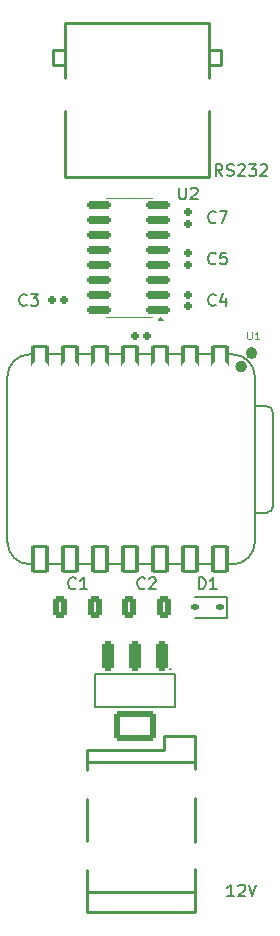
<source format=gbr>
%TF.GenerationSoftware,KiCad,Pcbnew,9.0.2*%
%TF.CreationDate,2025-07-31T19:10:48+02:00*%
%TF.ProjectId,ff-led-panel,66662d6c-6564-42d7-9061-6e656c2e6b69,rev?*%
%TF.SameCoordinates,Original*%
%TF.FileFunction,Legend,Top*%
%TF.FilePolarity,Positive*%
%FSLAX46Y46*%
G04 Gerber Fmt 4.6, Leading zero omitted, Abs format (unit mm)*
G04 Created by KiCad (PCBNEW 9.0.2) date 2025-07-31 19:10:48*
%MOMM*%
%LPD*%
G01*
G04 APERTURE LIST*
G04 Aperture macros list*
%AMRoundRect*
0 Rectangle with rounded corners*
0 $1 Rounding radius*
0 $2 $3 $4 $5 $6 $7 $8 $9 X,Y pos of 4 corners*
0 Add a 4 corners polygon primitive as box body*
4,1,4,$2,$3,$4,$5,$6,$7,$8,$9,$2,$3,0*
0 Add four circle primitives for the rounded corners*
1,1,$1+$1,$2,$3*
1,1,$1+$1,$4,$5*
1,1,$1+$1,$6,$7*
1,1,$1+$1,$8,$9*
0 Add four rect primitives between the rounded corners*
20,1,$1+$1,$2,$3,$4,$5,0*
20,1,$1+$1,$4,$5,$6,$7,0*
20,1,$1+$1,$6,$7,$8,$9,0*
20,1,$1+$1,$8,$9,$2,$3,0*%
G04 Aperture macros list end*
%ADD10C,0.150000*%
%ADD11C,0.101600*%
%ADD12C,0.250000*%
%ADD13C,0.120000*%
%ADD14C,0.127000*%
%ADD15C,0.100000*%
%ADD16C,0.504000*%
%ADD17C,2.300000*%
%ADD18R,1.500000X1.500000*%
%ADD19C,1.500000*%
%ADD20RoundRect,0.250000X0.275000X-0.980000X0.275000X0.980000X-0.275000X0.980000X-0.275000X-0.980000X0*%
%ADD21C,0.500000*%
%ADD22RoundRect,0.250000X1.520000X-0.980000X1.520000X0.980000X-1.520000X0.980000X-1.520000X-0.980000X0*%
%ADD23RoundRect,0.150000X0.825000X0.150000X-0.825000X0.150000X-0.825000X-0.150000X0.825000X-0.150000X0*%
%ADD24RoundRect,0.266521X0.346479X0.671479X-0.346479X0.671479X-0.346479X-0.671479X0.346479X-0.671479X0*%
%ADD25RoundRect,0.131500X0.206500X0.131500X-0.206500X0.131500X-0.206500X-0.131500X0.206500X-0.131500X0*%
%ADD26RoundRect,0.159000X0.189000X-0.159000X0.189000X0.159000X-0.189000X0.159000X-0.189000X-0.159000X0*%
%ADD27RoundRect,0.159000X-0.159000X-0.189000X0.159000X-0.189000X0.159000X0.189000X-0.159000X0.189000X0*%
%ADD28RoundRect,0.159000X0.159000X0.189000X-0.159000X0.189000X-0.159000X-0.189000X0.159000X-0.189000X0*%
%ADD29RoundRect,0.152400X0.609600X-1.063600X0.609600X1.063600X-0.609600X1.063600X-0.609600X-1.063600X0*%
%ADD30C,1.524000*%
%ADD31RoundRect,0.152400X-0.609600X1.063600X-0.609600X-1.063600X0.609600X-1.063600X0.609600X1.063600X0*%
%ADD32C,1.900000*%
%ADD33C,1.700000*%
%ADD34R,2.100000X2.000000*%
%ADD35R,2.500000X1.900000*%
%ADD36R,2.000000X2.000000*%
G04 APERTURE END LIST*
D10*
X142404761Y-81454819D02*
X142071428Y-80978628D01*
X141833333Y-81454819D02*
X141833333Y-80454819D01*
X141833333Y-80454819D02*
X142214285Y-80454819D01*
X142214285Y-80454819D02*
X142309523Y-80502438D01*
X142309523Y-80502438D02*
X142357142Y-80550057D01*
X142357142Y-80550057D02*
X142404761Y-80645295D01*
X142404761Y-80645295D02*
X142404761Y-80788152D01*
X142404761Y-80788152D02*
X142357142Y-80883390D01*
X142357142Y-80883390D02*
X142309523Y-80931009D01*
X142309523Y-80931009D02*
X142214285Y-80978628D01*
X142214285Y-80978628D02*
X141833333Y-80978628D01*
X142785714Y-81407200D02*
X142928571Y-81454819D01*
X142928571Y-81454819D02*
X143166666Y-81454819D01*
X143166666Y-81454819D02*
X143261904Y-81407200D01*
X143261904Y-81407200D02*
X143309523Y-81359580D01*
X143309523Y-81359580D02*
X143357142Y-81264342D01*
X143357142Y-81264342D02*
X143357142Y-81169104D01*
X143357142Y-81169104D02*
X143309523Y-81073866D01*
X143309523Y-81073866D02*
X143261904Y-81026247D01*
X143261904Y-81026247D02*
X143166666Y-80978628D01*
X143166666Y-80978628D02*
X142976190Y-80931009D01*
X142976190Y-80931009D02*
X142880952Y-80883390D01*
X142880952Y-80883390D02*
X142833333Y-80835771D01*
X142833333Y-80835771D02*
X142785714Y-80740533D01*
X142785714Y-80740533D02*
X142785714Y-80645295D01*
X142785714Y-80645295D02*
X142833333Y-80550057D01*
X142833333Y-80550057D02*
X142880952Y-80502438D01*
X142880952Y-80502438D02*
X142976190Y-80454819D01*
X142976190Y-80454819D02*
X143214285Y-80454819D01*
X143214285Y-80454819D02*
X143357142Y-80502438D01*
X143738095Y-80550057D02*
X143785714Y-80502438D01*
X143785714Y-80502438D02*
X143880952Y-80454819D01*
X143880952Y-80454819D02*
X144119047Y-80454819D01*
X144119047Y-80454819D02*
X144214285Y-80502438D01*
X144214285Y-80502438D02*
X144261904Y-80550057D01*
X144261904Y-80550057D02*
X144309523Y-80645295D01*
X144309523Y-80645295D02*
X144309523Y-80740533D01*
X144309523Y-80740533D02*
X144261904Y-80883390D01*
X144261904Y-80883390D02*
X143690476Y-81454819D01*
X143690476Y-81454819D02*
X144309523Y-81454819D01*
X144642857Y-80454819D02*
X145261904Y-80454819D01*
X145261904Y-80454819D02*
X144928571Y-80835771D01*
X144928571Y-80835771D02*
X145071428Y-80835771D01*
X145071428Y-80835771D02*
X145166666Y-80883390D01*
X145166666Y-80883390D02*
X145214285Y-80931009D01*
X145214285Y-80931009D02*
X145261904Y-81026247D01*
X145261904Y-81026247D02*
X145261904Y-81264342D01*
X145261904Y-81264342D02*
X145214285Y-81359580D01*
X145214285Y-81359580D02*
X145166666Y-81407200D01*
X145166666Y-81407200D02*
X145071428Y-81454819D01*
X145071428Y-81454819D02*
X144785714Y-81454819D01*
X144785714Y-81454819D02*
X144690476Y-81407200D01*
X144690476Y-81407200D02*
X144642857Y-81359580D01*
X145642857Y-80550057D02*
X145690476Y-80502438D01*
X145690476Y-80502438D02*
X145785714Y-80454819D01*
X145785714Y-80454819D02*
X146023809Y-80454819D01*
X146023809Y-80454819D02*
X146119047Y-80502438D01*
X146119047Y-80502438D02*
X146166666Y-80550057D01*
X146166666Y-80550057D02*
X146214285Y-80645295D01*
X146214285Y-80645295D02*
X146214285Y-80740533D01*
X146214285Y-80740533D02*
X146166666Y-80883390D01*
X146166666Y-80883390D02*
X145595238Y-81454819D01*
X145595238Y-81454819D02*
X146214285Y-81454819D01*
X138738095Y-82454819D02*
X138738095Y-83264342D01*
X138738095Y-83264342D02*
X138785714Y-83359580D01*
X138785714Y-83359580D02*
X138833333Y-83407200D01*
X138833333Y-83407200D02*
X138928571Y-83454819D01*
X138928571Y-83454819D02*
X139119047Y-83454819D01*
X139119047Y-83454819D02*
X139214285Y-83407200D01*
X139214285Y-83407200D02*
X139261904Y-83359580D01*
X139261904Y-83359580D02*
X139309523Y-83264342D01*
X139309523Y-83264342D02*
X139309523Y-82454819D01*
X139738095Y-82550057D02*
X139785714Y-82502438D01*
X139785714Y-82502438D02*
X139880952Y-82454819D01*
X139880952Y-82454819D02*
X140119047Y-82454819D01*
X140119047Y-82454819D02*
X140214285Y-82502438D01*
X140214285Y-82502438D02*
X140261904Y-82550057D01*
X140261904Y-82550057D02*
X140309523Y-82645295D01*
X140309523Y-82645295D02*
X140309523Y-82740533D01*
X140309523Y-82740533D02*
X140261904Y-82883390D01*
X140261904Y-82883390D02*
X139690476Y-83454819D01*
X139690476Y-83454819D02*
X140309523Y-83454819D01*
X129983333Y-116359580D02*
X129935714Y-116407200D01*
X129935714Y-116407200D02*
X129792857Y-116454819D01*
X129792857Y-116454819D02*
X129697619Y-116454819D01*
X129697619Y-116454819D02*
X129554762Y-116407200D01*
X129554762Y-116407200D02*
X129459524Y-116311961D01*
X129459524Y-116311961D02*
X129411905Y-116216723D01*
X129411905Y-116216723D02*
X129364286Y-116026247D01*
X129364286Y-116026247D02*
X129364286Y-115883390D01*
X129364286Y-115883390D02*
X129411905Y-115692914D01*
X129411905Y-115692914D02*
X129459524Y-115597676D01*
X129459524Y-115597676D02*
X129554762Y-115502438D01*
X129554762Y-115502438D02*
X129697619Y-115454819D01*
X129697619Y-115454819D02*
X129792857Y-115454819D01*
X129792857Y-115454819D02*
X129935714Y-115502438D01*
X129935714Y-115502438D02*
X129983333Y-115550057D01*
X130935714Y-116454819D02*
X130364286Y-116454819D01*
X130650000Y-116454819D02*
X130650000Y-115454819D01*
X130650000Y-115454819D02*
X130554762Y-115597676D01*
X130554762Y-115597676D02*
X130459524Y-115692914D01*
X130459524Y-115692914D02*
X130364286Y-115740533D01*
X140411905Y-116454819D02*
X140411905Y-115454819D01*
X140411905Y-115454819D02*
X140650000Y-115454819D01*
X140650000Y-115454819D02*
X140792857Y-115502438D01*
X140792857Y-115502438D02*
X140888095Y-115597676D01*
X140888095Y-115597676D02*
X140935714Y-115692914D01*
X140935714Y-115692914D02*
X140983333Y-115883390D01*
X140983333Y-115883390D02*
X140983333Y-116026247D01*
X140983333Y-116026247D02*
X140935714Y-116216723D01*
X140935714Y-116216723D02*
X140888095Y-116311961D01*
X140888095Y-116311961D02*
X140792857Y-116407200D01*
X140792857Y-116407200D02*
X140650000Y-116454819D01*
X140650000Y-116454819D02*
X140411905Y-116454819D01*
X141935714Y-116454819D02*
X141364286Y-116454819D01*
X141650000Y-116454819D02*
X141650000Y-115454819D01*
X141650000Y-115454819D02*
X141554762Y-115597676D01*
X141554762Y-115597676D02*
X141459524Y-115692914D01*
X141459524Y-115692914D02*
X141364286Y-115740533D01*
X135833333Y-116359580D02*
X135785714Y-116407200D01*
X135785714Y-116407200D02*
X135642857Y-116454819D01*
X135642857Y-116454819D02*
X135547619Y-116454819D01*
X135547619Y-116454819D02*
X135404762Y-116407200D01*
X135404762Y-116407200D02*
X135309524Y-116311961D01*
X135309524Y-116311961D02*
X135261905Y-116216723D01*
X135261905Y-116216723D02*
X135214286Y-116026247D01*
X135214286Y-116026247D02*
X135214286Y-115883390D01*
X135214286Y-115883390D02*
X135261905Y-115692914D01*
X135261905Y-115692914D02*
X135309524Y-115597676D01*
X135309524Y-115597676D02*
X135404762Y-115502438D01*
X135404762Y-115502438D02*
X135547619Y-115454819D01*
X135547619Y-115454819D02*
X135642857Y-115454819D01*
X135642857Y-115454819D02*
X135785714Y-115502438D01*
X135785714Y-115502438D02*
X135833333Y-115550057D01*
X136214286Y-115550057D02*
X136261905Y-115502438D01*
X136261905Y-115502438D02*
X136357143Y-115454819D01*
X136357143Y-115454819D02*
X136595238Y-115454819D01*
X136595238Y-115454819D02*
X136690476Y-115502438D01*
X136690476Y-115502438D02*
X136738095Y-115550057D01*
X136738095Y-115550057D02*
X136785714Y-115645295D01*
X136785714Y-115645295D02*
X136785714Y-115740533D01*
X136785714Y-115740533D02*
X136738095Y-115883390D01*
X136738095Y-115883390D02*
X136166667Y-116454819D01*
X136166667Y-116454819D02*
X136785714Y-116454819D01*
X141833333Y-85359580D02*
X141785714Y-85407200D01*
X141785714Y-85407200D02*
X141642857Y-85454819D01*
X141642857Y-85454819D02*
X141547619Y-85454819D01*
X141547619Y-85454819D02*
X141404762Y-85407200D01*
X141404762Y-85407200D02*
X141309524Y-85311961D01*
X141309524Y-85311961D02*
X141261905Y-85216723D01*
X141261905Y-85216723D02*
X141214286Y-85026247D01*
X141214286Y-85026247D02*
X141214286Y-84883390D01*
X141214286Y-84883390D02*
X141261905Y-84692914D01*
X141261905Y-84692914D02*
X141309524Y-84597676D01*
X141309524Y-84597676D02*
X141404762Y-84502438D01*
X141404762Y-84502438D02*
X141547619Y-84454819D01*
X141547619Y-84454819D02*
X141642857Y-84454819D01*
X141642857Y-84454819D02*
X141785714Y-84502438D01*
X141785714Y-84502438D02*
X141833333Y-84550057D01*
X142166667Y-84454819D02*
X142833333Y-84454819D01*
X142833333Y-84454819D02*
X142404762Y-85454819D01*
X125833333Y-92359580D02*
X125785714Y-92407200D01*
X125785714Y-92407200D02*
X125642857Y-92454819D01*
X125642857Y-92454819D02*
X125547619Y-92454819D01*
X125547619Y-92454819D02*
X125404762Y-92407200D01*
X125404762Y-92407200D02*
X125309524Y-92311961D01*
X125309524Y-92311961D02*
X125261905Y-92216723D01*
X125261905Y-92216723D02*
X125214286Y-92026247D01*
X125214286Y-92026247D02*
X125214286Y-91883390D01*
X125214286Y-91883390D02*
X125261905Y-91692914D01*
X125261905Y-91692914D02*
X125309524Y-91597676D01*
X125309524Y-91597676D02*
X125404762Y-91502438D01*
X125404762Y-91502438D02*
X125547619Y-91454819D01*
X125547619Y-91454819D02*
X125642857Y-91454819D01*
X125642857Y-91454819D02*
X125785714Y-91502438D01*
X125785714Y-91502438D02*
X125833333Y-91550057D01*
X126166667Y-91454819D02*
X126785714Y-91454819D01*
X126785714Y-91454819D02*
X126452381Y-91835771D01*
X126452381Y-91835771D02*
X126595238Y-91835771D01*
X126595238Y-91835771D02*
X126690476Y-91883390D01*
X126690476Y-91883390D02*
X126738095Y-91931009D01*
X126738095Y-91931009D02*
X126785714Y-92026247D01*
X126785714Y-92026247D02*
X126785714Y-92264342D01*
X126785714Y-92264342D02*
X126738095Y-92359580D01*
X126738095Y-92359580D02*
X126690476Y-92407200D01*
X126690476Y-92407200D02*
X126595238Y-92454819D01*
X126595238Y-92454819D02*
X126309524Y-92454819D01*
X126309524Y-92454819D02*
X126214286Y-92407200D01*
X126214286Y-92407200D02*
X126166667Y-92359580D01*
X141833333Y-92359580D02*
X141785714Y-92407200D01*
X141785714Y-92407200D02*
X141642857Y-92454819D01*
X141642857Y-92454819D02*
X141547619Y-92454819D01*
X141547619Y-92454819D02*
X141404762Y-92407200D01*
X141404762Y-92407200D02*
X141309524Y-92311961D01*
X141309524Y-92311961D02*
X141261905Y-92216723D01*
X141261905Y-92216723D02*
X141214286Y-92026247D01*
X141214286Y-92026247D02*
X141214286Y-91883390D01*
X141214286Y-91883390D02*
X141261905Y-91692914D01*
X141261905Y-91692914D02*
X141309524Y-91597676D01*
X141309524Y-91597676D02*
X141404762Y-91502438D01*
X141404762Y-91502438D02*
X141547619Y-91454819D01*
X141547619Y-91454819D02*
X141642857Y-91454819D01*
X141642857Y-91454819D02*
X141785714Y-91502438D01*
X141785714Y-91502438D02*
X141833333Y-91550057D01*
X142690476Y-91788152D02*
X142690476Y-92454819D01*
X142452381Y-91407200D02*
X142214286Y-92121485D01*
X142214286Y-92121485D02*
X142833333Y-92121485D01*
D11*
X144516190Y-94653479D02*
X144516190Y-95167526D01*
X144516190Y-95167526D02*
X144546428Y-95228002D01*
X144546428Y-95228002D02*
X144576666Y-95258241D01*
X144576666Y-95258241D02*
X144637142Y-95288479D01*
X144637142Y-95288479D02*
X144758095Y-95288479D01*
X144758095Y-95288479D02*
X144818571Y-95258241D01*
X144818571Y-95258241D02*
X144848809Y-95228002D01*
X144848809Y-95228002D02*
X144879047Y-95167526D01*
X144879047Y-95167526D02*
X144879047Y-94653479D01*
X145514047Y-95288479D02*
X145151190Y-95288479D01*
X145332618Y-95288479D02*
X145332618Y-94653479D01*
X145332618Y-94653479D02*
X145272142Y-94744193D01*
X145272142Y-94744193D02*
X145211666Y-94804669D01*
X145211666Y-94804669D02*
X145151190Y-94834907D01*
D10*
X143380952Y-142454819D02*
X142809524Y-142454819D01*
X143095238Y-142454819D02*
X143095238Y-141454819D01*
X143095238Y-141454819D02*
X143000000Y-141597676D01*
X143000000Y-141597676D02*
X142904762Y-141692914D01*
X142904762Y-141692914D02*
X142809524Y-141740533D01*
X143761905Y-141550057D02*
X143809524Y-141502438D01*
X143809524Y-141502438D02*
X143904762Y-141454819D01*
X143904762Y-141454819D02*
X144142857Y-141454819D01*
X144142857Y-141454819D02*
X144238095Y-141502438D01*
X144238095Y-141502438D02*
X144285714Y-141550057D01*
X144285714Y-141550057D02*
X144333333Y-141645295D01*
X144333333Y-141645295D02*
X144333333Y-141740533D01*
X144333333Y-141740533D02*
X144285714Y-141883390D01*
X144285714Y-141883390D02*
X143714286Y-142454819D01*
X143714286Y-142454819D02*
X144333333Y-142454819D01*
X144619048Y-141454819D02*
X144952381Y-142454819D01*
X144952381Y-142454819D02*
X145285714Y-141454819D01*
X141833333Y-88859580D02*
X141785714Y-88907200D01*
X141785714Y-88907200D02*
X141642857Y-88954819D01*
X141642857Y-88954819D02*
X141547619Y-88954819D01*
X141547619Y-88954819D02*
X141404762Y-88907200D01*
X141404762Y-88907200D02*
X141309524Y-88811961D01*
X141309524Y-88811961D02*
X141261905Y-88716723D01*
X141261905Y-88716723D02*
X141214286Y-88526247D01*
X141214286Y-88526247D02*
X141214286Y-88383390D01*
X141214286Y-88383390D02*
X141261905Y-88192914D01*
X141261905Y-88192914D02*
X141309524Y-88097676D01*
X141309524Y-88097676D02*
X141404762Y-88002438D01*
X141404762Y-88002438D02*
X141547619Y-87954819D01*
X141547619Y-87954819D02*
X141642857Y-87954819D01*
X141642857Y-87954819D02*
X141785714Y-88002438D01*
X141785714Y-88002438D02*
X141833333Y-88050057D01*
X142738095Y-87954819D02*
X142261905Y-87954819D01*
X142261905Y-87954819D02*
X142214286Y-88431009D01*
X142214286Y-88431009D02*
X142261905Y-88383390D01*
X142261905Y-88383390D02*
X142357143Y-88335771D01*
X142357143Y-88335771D02*
X142595238Y-88335771D01*
X142595238Y-88335771D02*
X142690476Y-88383390D01*
X142690476Y-88383390D02*
X142738095Y-88431009D01*
X142738095Y-88431009D02*
X142785714Y-88526247D01*
X142785714Y-88526247D02*
X142785714Y-88764342D01*
X142785714Y-88764342D02*
X142738095Y-88859580D01*
X142738095Y-88859580D02*
X142690476Y-88907200D01*
X142690476Y-88907200D02*
X142595238Y-88954819D01*
X142595238Y-88954819D02*
X142357143Y-88954819D01*
X142357143Y-88954819D02*
X142261905Y-88907200D01*
X142261905Y-88907200D02*
X142214286Y-88859580D01*
D12*
%TO.C,RS232*%
X128072500Y-70832500D02*
X128072500Y-72032500D01*
X129072500Y-70832500D02*
X128072500Y-70832500D01*
X129072500Y-72032500D02*
X128072500Y-72032500D01*
X129072500Y-73132500D02*
X129072500Y-68532500D01*
X129072500Y-81532500D02*
X129072500Y-75932500D01*
X141272500Y-68532500D02*
X129072500Y-68532500D01*
X141272500Y-68532500D02*
X141272500Y-73132500D01*
X141272500Y-70832500D02*
X142272500Y-70832500D01*
X141272500Y-72032500D02*
X142272500Y-72032500D01*
X141272500Y-75932500D02*
X141272500Y-81532500D01*
X141272500Y-81532500D02*
X129072500Y-81532500D01*
X142272500Y-72032500D02*
X142272500Y-70832500D01*
D10*
%TO.C,U3*%
X131600000Y-123600000D02*
X138400000Y-123600000D01*
X131600000Y-126400000D02*
X131600000Y-123600000D01*
X138400000Y-123600000D02*
X138400000Y-126400000D01*
X138400000Y-126400000D02*
X131600000Y-126400000D01*
X138030000Y-123250000D02*
G75*
G02*
X137970000Y-123250000I-30000J0D01*
G01*
X137970000Y-123250000D02*
G75*
G02*
X138030000Y-123250000I30000J0D01*
G01*
D13*
%TO.C,U2*%
X134461800Y-83305000D02*
X132511800Y-83305000D01*
X134461800Y-83305000D02*
X136411800Y-83305000D01*
X134461800Y-93425000D02*
X132511800Y-93425000D01*
X134461800Y-93425000D02*
X136411800Y-93425000D01*
X137401800Y-93700000D02*
X136921800Y-93700000D01*
X137161800Y-93370000D01*
X137401800Y-93700000D01*
G36*
X137401800Y-93700000D02*
G01*
X136921800Y-93700000D01*
X137161800Y-93370000D01*
X137401800Y-93700000D01*
G37*
D10*
%TO.C,D1*%
X142760000Y-117150000D02*
X140100000Y-117150000D01*
X142760000Y-118850000D02*
X140100000Y-118850000D01*
X142760000Y-118850000D02*
X142760000Y-117150000D01*
D14*
%TO.C,U1*%
X124206000Y-98470000D02*
X124206000Y-112440000D01*
X126111000Y-96565000D02*
X143256000Y-96565000D01*
X126111000Y-114345000D02*
X143256000Y-114345000D01*
X145161000Y-100960000D02*
X146171272Y-100963728D01*
D15*
X145161000Y-112440000D02*
X145161000Y-98470000D01*
D14*
X145161000Y-112440000D02*
X145161000Y-98470000D01*
X146171000Y-109959000D02*
X145161000Y-109959000D01*
X146671000Y-101463728D02*
X146671000Y-109459000D01*
X124206000Y-98470000D02*
G75*
G02*
X126111000Y-96565000I1905001J-1D01*
G01*
X126111000Y-114345000D02*
G75*
G02*
X124206000Y-112440000I0J1905000D01*
G01*
X143256000Y-96565000D02*
G75*
G02*
X145161000Y-98470000I-1J-1905001D01*
G01*
X145161000Y-112440000D02*
G75*
G02*
X143256000Y-114345000I-1905000J0D01*
G01*
X146171272Y-100963728D02*
G75*
G02*
X146670999Y-101463728I-291J-500018D01*
G01*
X146671000Y-109459000D02*
G75*
G02*
X146171000Y-109959000I-500000J0D01*
G01*
D16*
X144242000Y-97598000D02*
G75*
G02*
X143738000Y-97598000I-252000J0D01*
G01*
X143738000Y-97598000D02*
G75*
G02*
X144242000Y-97598000I252000J0D01*
G01*
X145122000Y-96455000D02*
G75*
G02*
X144618000Y-96455000I-252000J0D01*
G01*
X144618000Y-96455000D02*
G75*
G02*
X145122000Y-96455000I252000J0D01*
G01*
D12*
%TO.C,12V*%
X130950000Y-130030000D02*
X130950000Y-131770000D01*
X130950000Y-137770000D02*
X130950000Y-134230000D01*
X130950000Y-142070000D02*
X140050000Y-142070000D01*
X130950000Y-143800000D02*
X130950000Y-140230000D01*
X137460000Y-128900000D02*
X137460000Y-130030000D01*
X137460000Y-130030000D02*
X130950000Y-130030000D01*
X140050000Y-128900000D02*
X137460000Y-128900000D01*
X140050000Y-128900000D02*
X140050000Y-131670000D01*
X140050000Y-131080000D02*
X130950000Y-131080000D01*
X140050000Y-134130000D02*
X140050000Y-137820000D01*
X140050000Y-140180000D02*
X140050000Y-143800000D01*
X140050000Y-143800000D02*
X130950000Y-143800000D01*
%TD*%
%LPC*%
D17*
%TO.C,RS232*%
X141172500Y-74532500D03*
X129172500Y-74532500D03*
D18*
X133642500Y-76832500D03*
D19*
X134662500Y-79372500D03*
X135682500Y-76832500D03*
X136702500Y-79372500D03*
%TD*%
D20*
%TO.C,U3*%
X137300000Y-122140000D03*
X135000000Y-122140000D03*
X132700000Y-122140000D03*
D21*
X134000000Y-128000000D03*
X135000000Y-128000000D03*
D22*
X135000000Y-128000000D03*
D21*
X136000000Y-128000000D03*
%TD*%
D23*
%TO.C,U2*%
X136936800Y-92810000D03*
X136936800Y-91540000D03*
X136936800Y-90270000D03*
X136936800Y-89000000D03*
X136936800Y-87730000D03*
X136936800Y-86460000D03*
X136936800Y-85190000D03*
X136936800Y-83920000D03*
X131986800Y-83920000D03*
X131986800Y-85190000D03*
X131986800Y-86460000D03*
X131986800Y-87730000D03*
X131986800Y-89000000D03*
X131986800Y-90270000D03*
X131986800Y-91540000D03*
X131986800Y-92810000D03*
%TD*%
D24*
%TO.C,C1*%
X131630000Y-118000000D03*
X128670000Y-118000000D03*
%TD*%
D25*
%TO.C,D1*%
X142200000Y-118000000D03*
X140100000Y-118000000D03*
%TD*%
D24*
%TO.C,C2*%
X137480000Y-118000000D03*
X134520000Y-118000000D03*
%TD*%
D26*
%TO.C,C7*%
X139500000Y-85500000D03*
X139500000Y-84500000D03*
%TD*%
D27*
%TO.C,C6*%
X135000000Y-95000000D03*
X136000000Y-95000000D03*
%TD*%
D28*
%TO.C,C3*%
X129000000Y-92000000D03*
X128000000Y-92000000D03*
%TD*%
D26*
%TO.C,C4*%
X139500000Y-92500000D03*
X139500000Y-91500000D03*
%TD*%
D29*
%TO.C,U1*%
X142240000Y-97000000D03*
D30*
X142240000Y-97835000D03*
D29*
X139700000Y-97000000D03*
D30*
X139700000Y-97835000D03*
D29*
X137160000Y-97000000D03*
D30*
X137160000Y-97835000D03*
D29*
X134620000Y-97000000D03*
D30*
X134620000Y-97835000D03*
D29*
X132080000Y-97000000D03*
D30*
X132080000Y-97835000D03*
D29*
X129540000Y-97000000D03*
D30*
X129540000Y-97835000D03*
D29*
X127000000Y-97000000D03*
D30*
X127000000Y-97835000D03*
X127000000Y-113075000D03*
D31*
X127000000Y-113910000D03*
D30*
X129540000Y-113075000D03*
D31*
X129540000Y-113910000D03*
D30*
X132080000Y-113075000D03*
D31*
X132080000Y-113910000D03*
D30*
X134620000Y-113075000D03*
D31*
X134620000Y-113910000D03*
D30*
X137160000Y-113075000D03*
D31*
X137160000Y-113910000D03*
D30*
X139700000Y-113075000D03*
D31*
X139700000Y-113910000D03*
D30*
X142240000Y-113075000D03*
D31*
X142240000Y-113910000D03*
%TD*%
D32*
%TO.C,12V*%
X135550000Y-134700000D03*
D33*
X135550000Y-139000000D03*
D34*
X130050000Y-133000000D03*
X130050000Y-139000000D03*
D35*
X141250000Y-139000000D03*
D36*
X141000000Y-132900000D03*
%TD*%
D26*
%TO.C,C5*%
X139500000Y-89000000D03*
X139500000Y-88000000D03*
%TD*%
%LPD*%
M02*

</source>
